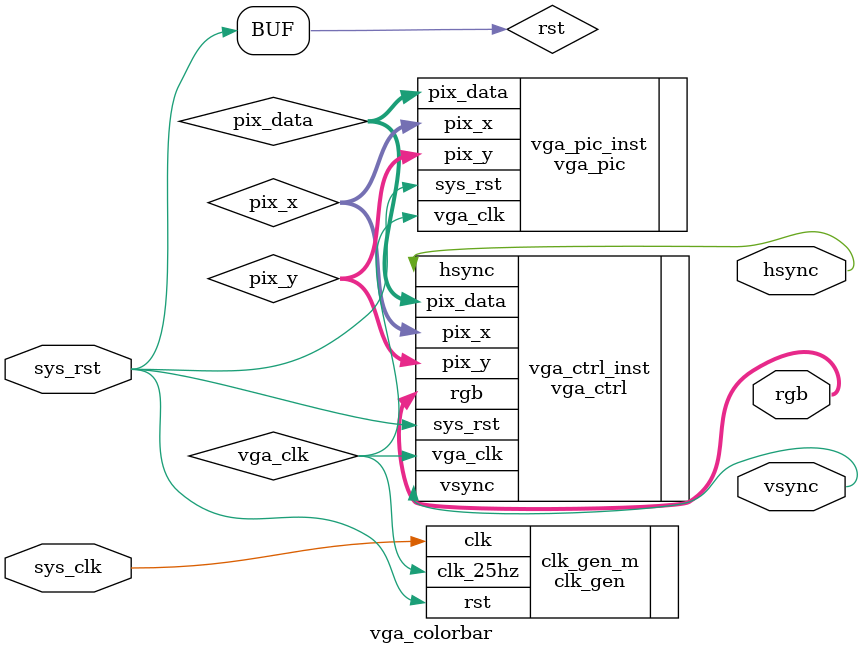
<source format=v>
module  vga_colorbar
(
    input   wire            sys_clk     ,  
    input   wire            sys_rst     ,   

    output  wire            hsync       ,   
    output  wire            vsync       ,   
    output  wire    [11:0]  rgb             
);

//********************************************************************//
//****************** Parameter and Internal Signal *******************//
//********************************************************************//
//wire define
wire            vga_clk ; 
wire            rst     ;  
wire    [9:0]   pix_x   ;   
wire    [9:0]   pix_y   ;   
wire    [11:0]  pix_data;   


assign  rst = sys_rst   ;

//********************************************************************//
//*************************** Instantiation **************************//
//********************************************************************//

//------------- clk_gen_inst -------------
clk_gen clk_gen_m(
            .clk(sys_clk),
            .rst(rst),
            .clk_25hz(vga_clk)
        );

//------------- vga_ctrl_inst -------------
vga_ctrl  vga_ctrl_inst
(
    .vga_clk    (vga_clk    ),  
    .sys_rst    (rst        ), 
    .pix_data   (pix_data   ),  

    .pix_x      (pix_x      ), 
    .pix_y      (pix_y      ),  
    .hsync      (hsync      ),  
    .vsync      (vsync      ),  
    .rgb        (rgb        )   
);

//------------- vga_pic_inst -------------
vga_pic vga_pic_inst
(
    .vga_clk    (vga_clk    ),  
    .sys_rst    (rst        ), 
    .pix_x      (pix_x      ), 
    .pix_y      (pix_y      ),  

    .pix_data   (pix_data   )   

);

endmodule

</source>
